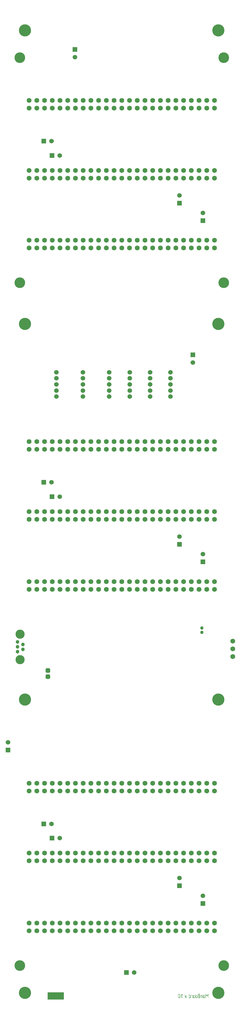
<source format=gbs>
G04*
G04 #@! TF.GenerationSoftware,Altium Limited,Altium Designer,22.4.2 (48)*
G04*
G04 Layer_Color=16711935*
%FSAX44Y44*%
%MOMM*%
G71*
G04*
G04 #@! TF.SameCoordinates,DBCC749B-C238-474B-BC69-C92A193A0D89*
G04*
G04*
G04 #@! TF.FilePolarity,Negative*
G04*
G01*
G75*
%ADD53C,1.1000*%
%ADD54C,1.5000*%
%ADD55R,1.5000X1.5000*%
%ADD56R,1.5000X1.5000*%
%ADD57C,3.0000*%
%ADD58C,1.2000*%
G04:AMPARAMS|DCode=59|XSize=1.5mm|YSize=1.5mm|CornerRadius=0.375mm|HoleSize=0mm|Usage=FLASHONLY|Rotation=270.000|XOffset=0mm|YOffset=0mm|HoleType=Round|Shape=RoundedRectangle|*
%AMROUNDEDRECTD59*
21,1,1.5000,0.7500,0,0,270.0*
21,1,0.7500,1.5000,0,0,270.0*
1,1,0.7500,-0.3750,-0.3750*
1,1,0.7500,-0.3750,0.3750*
1,1,0.7500,0.3750,0.3750*
1,1,0.7500,0.3750,-0.3750*
%
%ADD59ROUNDEDRECTD59*%
%ADD60C,1.6000*%
%ADD61C,3.5000*%
%ADD62C,4.0000*%
G36*
X00220000Y00018000D02*
X00166000D01*
Y00042000D01*
X00220000D01*
Y00018000D01*
D02*
G37*
G36*
X00676358Y00036527D02*
X00676469Y00036509D01*
X00676617Y00036416D01*
X00676691Y00036323D01*
X00676728Y00036305D01*
Y00036286D01*
X00676821Y00036120D01*
X00676858Y00036009D01*
X00676876Y00035916D01*
Y00035898D01*
X00676858Y00035712D01*
X00676802Y00035583D01*
X00676747Y00035490D01*
X00676728Y00035453D01*
X00676580Y00035342D01*
X00676432Y00035287D01*
X00676358D01*
X00676302Y00035268D01*
X00676247D01*
X00676136Y00035287D01*
X00676025Y00035305D01*
X00675876Y00035379D01*
X00675784Y00035435D01*
X00675747Y00035472D01*
X00675654Y00035620D01*
X00675599Y00035768D01*
X00675580Y00035861D01*
Y00035879D01*
Y00035898D01*
X00675599Y00035990D01*
X00675617Y00036083D01*
X00675691Y00036231D01*
X00675784Y00036323D01*
X00675802Y00036360D01*
X00675821D01*
X00675987Y00036472D01*
X00676117Y00036527D01*
X00676210Y00036546D01*
X00676247D01*
X00676358Y00036527D01*
D02*
G37*
G36*
X00607421Y00036509D02*
X00607550Y00036453D01*
X00607643Y00036398D01*
X00607680Y00036360D01*
X00610420Y00033602D01*
X00610476Y00033490D01*
X00610513Y00033398D01*
X00610568Y00033268D01*
X00610587Y00033194D01*
Y00033176D01*
X00610550Y00032990D01*
X00610494Y00032842D01*
X00610439Y00032750D01*
X00610402Y00032713D01*
X00610254Y00032602D01*
X00610106Y00032546D01*
X00609976Y00032527D01*
X00609939D01*
X00609754Y00032564D01*
X00609624Y00032620D01*
X00609531Y00032676D01*
X00609494Y00032713D01*
X00607846Y00034620D01*
Y00024028D01*
X00607828Y00023917D01*
X00607809Y00023806D01*
X00607735Y00023640D01*
X00607661Y00023547D01*
X00607624Y00023510D01*
X00607439Y00023454D01*
X00607309Y00023417D01*
X00607235Y00023399D01*
X00607217D01*
X00607032Y00023417D01*
X00606865Y00023491D01*
X00606772Y00023547D01*
X00606735Y00023565D01*
X00606624Y00023714D01*
X00606569Y00023862D01*
X00606550Y00023973D01*
Y00024010D01*
Y00024028D01*
Y00035916D01*
Y00036009D01*
X00606587Y00036101D01*
X00606643Y00036249D01*
X00606717Y00036323D01*
X00606735Y00036360D01*
X00606754D01*
X00606921Y00036472D01*
X00607069Y00036527D01*
X00607180Y00036546D01*
X00607235D01*
X00607421Y00036509D01*
D02*
G37*
G36*
X00694208Y00036583D02*
X00694356Y00036527D01*
X00694430Y00036453D01*
X00694467Y00036435D01*
Y00036416D01*
X00694560Y00036249D01*
X00694597Y00036083D01*
X00694615Y00036009D01*
Y00035953D01*
Y00035916D01*
Y00035898D01*
Y00024028D01*
X00694597Y00023917D01*
X00694578Y00023806D01*
X00694504Y00023640D01*
X00694430Y00023547D01*
X00694393Y00023510D01*
X00694208Y00023454D01*
X00694078Y00023417D01*
X00694004Y00023399D01*
X00693986D01*
X00693801Y00023417D01*
X00693652Y00023473D01*
X00693560Y00023528D01*
X00693523Y00023547D01*
X00693449Y00023621D01*
X00693412Y00023695D01*
X00693338Y00023862D01*
X00693319Y00023973D01*
Y00024010D01*
Y00024028D01*
Y00034101D01*
X00690912Y00029676D01*
X00690819Y00029546D01*
X00690727Y00029454D01*
X00690634Y00029380D01*
X00690542Y00029343D01*
X00690468Y00029306D01*
X00690412Y00029287D01*
X00690356D01*
X00690227Y00029306D01*
X00690116Y00029343D01*
X00689930Y00029472D01*
X00689875Y00029528D01*
X00689819Y00029583D01*
X00689801Y00029620D01*
X00689782Y00029639D01*
X00687320Y00034101D01*
Y00024028D01*
X00687301Y00023917D01*
X00687283Y00023806D01*
X00687209Y00023658D01*
X00687153Y00023565D01*
X00687116Y00023528D01*
X00686931Y00023454D01*
X00686783Y00023417D01*
X00686709Y00023399D01*
X00686690D01*
X00686505Y00023417D01*
X00686338Y00023491D01*
X00686246Y00023547D01*
X00686209Y00023565D01*
X00686098Y00023714D01*
X00686042Y00023862D01*
X00686023Y00023973D01*
Y00024010D01*
Y00024028D01*
Y00035898D01*
X00686061Y00036101D01*
X00686116Y00036268D01*
X00686172Y00036360D01*
X00686209Y00036398D01*
X00686283Y00036472D01*
X00686357Y00036527D01*
X00686505Y00036601D01*
X00686616Y00036620D01*
X00686653D01*
X00686783Y00036601D01*
X00686894Y00036564D01*
X00687079Y00036435D01*
X00687153Y00036360D01*
X00687209Y00036286D01*
X00687227Y00036249D01*
X00687246Y00036231D01*
X00690338Y00031046D01*
X00693430Y00036249D01*
X00693504Y00036342D01*
X00693578Y00036416D01*
X00693615Y00036472D01*
X00693652Y00036509D01*
X00693708Y00036546D01*
X00693726D01*
X00693819Y00036583D01*
X00693912Y00036620D01*
X00694115D01*
X00694208Y00036583D01*
D02*
G37*
G36*
X00623215Y00032861D02*
X00623363Y00032787D01*
X00623456Y00032713D01*
X00623493Y00032694D01*
Y00032676D01*
X00623604Y00032509D01*
X00623660Y00032379D01*
X00623678Y00032287D01*
Y00032268D01*
Y00032250D01*
X00623660Y00032083D01*
X00621382Y00023917D01*
X00621289Y00023732D01*
X00621215Y00023602D01*
X00621141Y00023528D01*
X00621123Y00023510D01*
X00620993Y00023454D01*
X00620882Y00023417D01*
X00620789Y00023399D01*
X00620752D01*
X00620586Y00023417D01*
X00620456Y00023473D01*
X00620345Y00023565D01*
X00620253Y00023658D01*
X00620197Y00023751D01*
X00620160Y00023843D01*
X00620123Y00023899D01*
Y00023917D01*
X00617845Y00032027D01*
X00617827Y00032083D01*
X00617808Y00032176D01*
Y00032231D01*
Y00032268D01*
Y00032361D01*
X00617845Y00032453D01*
X00617901Y00032602D01*
X00617975Y00032676D01*
X00617994Y00032713D01*
X00618012D01*
X00618160Y00032824D01*
X00618327Y00032879D01*
X00618438Y00032898D01*
X00618493D01*
X00618660Y00032861D01*
X00618790Y00032805D01*
X00618864Y00032750D01*
X00618901Y00032731D01*
X00618993Y00032620D01*
X00619049Y00032509D01*
X00619086Y00032435D01*
X00619104Y00032398D01*
X00620752Y00025991D01*
X00622401Y00032416D01*
X00622456Y00032509D01*
X00622512Y00032602D01*
X00622604Y00032713D01*
X00622678Y00032768D01*
X00622715Y00032787D01*
X00622826Y00032861D01*
X00622919Y00032879D01*
X00622993Y00032898D01*
X00623123D01*
X00623215Y00032861D01*
D02*
G37*
G36*
X00682765Y00032879D02*
X00683042Y00032805D01*
X00683283Y00032694D01*
X00683505Y00032583D01*
X00683672Y00032472D01*
X00683783Y00032361D01*
X00683876Y00032287D01*
X00683894Y00032268D01*
X00684079Y00032028D01*
X00684209Y00031787D01*
X00684320Y00031546D01*
X00684376Y00031342D01*
X00684413Y00031157D01*
X00684431Y00031009D01*
X00684450Y00030917D01*
Y00030879D01*
Y00025399D01*
X00684431Y00025102D01*
X00684357Y00024825D01*
X00684264Y00024565D01*
X00684153Y00024362D01*
X00684061Y00024195D01*
X00683968Y00024084D01*
X00683894Y00023991D01*
X00683876Y00023973D01*
X00683653Y00023788D01*
X00683413Y00023640D01*
X00683172Y00023547D01*
X00682950Y00023473D01*
X00682746Y00023436D01*
X00682598Y00023417D01*
X00682487Y00023399D01*
X00680617D01*
X00680283Y00023417D01*
X00680006Y00023491D01*
X00679783Y00023584D01*
X00679580Y00023714D01*
X00679432Y00023825D01*
X00679321Y00023917D01*
X00679265Y00023991D01*
X00679246Y00024010D01*
X00679191Y00023917D01*
X00679135Y00023843D01*
X00679061Y00023732D01*
X00679006Y00023695D01*
X00678987Y00023677D01*
X00678802Y00023547D01*
X00678635Y00023454D01*
X00678506Y00023417D01*
X00678487Y00023399D01*
X00678469D01*
X00678302Y00023380D01*
X00678098Y00023417D01*
X00677950Y00023473D01*
X00677858Y00023528D01*
X00677821Y00023565D01*
X00677710Y00023732D01*
X00677654Y00023880D01*
X00677635Y00023991D01*
Y00024010D01*
Y00024028D01*
X00677654Y00024176D01*
X00677710Y00024306D01*
X00677784Y00024417D01*
X00677858Y00024491D01*
X00677950Y00024547D01*
X00678024Y00024584D01*
X00678080Y00024621D01*
X00678098D01*
X00678247Y00024713D01*
X00678358Y00024806D01*
X00678413Y00024880D01*
X00678432Y00024899D01*
X00678524Y00025102D01*
X00678561Y00025250D01*
X00678580Y00025362D01*
Y00025380D01*
Y00025399D01*
Y00032250D01*
X00678617Y00032472D01*
X00678691Y00032620D01*
X00678783Y00032731D01*
X00678913Y00032824D01*
X00679043Y00032861D01*
X00679135Y00032879D01*
X00679209Y00032898D01*
X00682450D01*
X00682765Y00032879D01*
D02*
G37*
G36*
X00676432Y00032861D02*
X00676562Y00032787D01*
X00676654Y00032713D01*
X00676691Y00032694D01*
Y00032676D01*
X00676802Y00032527D01*
X00676858Y00032398D01*
X00676876Y00032305D01*
Y00032268D01*
Y00024028D01*
X00676858Y00023917D01*
X00676839Y00023806D01*
X00676765Y00023640D01*
X00676691Y00023547D01*
X00676654Y00023510D01*
X00676469Y00023454D01*
X00676339Y00023417D01*
X00676265Y00023399D01*
X00676247D01*
X00676062Y00023417D01*
X00675913Y00023491D01*
X00675802Y00023547D01*
X00675784Y00023565D01*
X00675765D01*
X00675654Y00023751D01*
X00675599Y00023899D01*
X00675580Y00023991D01*
Y00024028D01*
Y00032268D01*
Y00032379D01*
X00675617Y00032472D01*
X00675691Y00032620D01*
X00675765Y00032694D01*
X00675784Y00032731D01*
X00675802D01*
X00675950Y00032824D01*
X00676099Y00032879D01*
X00676210Y00032898D01*
X00676339D01*
X00676432Y00032861D01*
D02*
G37*
G36*
X00673654Y00032879D02*
X00673821Y00032805D01*
X00673932Y00032694D01*
X00674006Y00032583D01*
X00674043Y00032453D01*
X00674062Y00032361D01*
X00674080Y00032287D01*
Y00032250D01*
Y00024028D01*
X00674062Y00023917D01*
X00674043Y00023806D01*
X00673969Y00023658D01*
X00673895Y00023565D01*
X00673858Y00023528D01*
X00673673Y00023454D01*
X00673543Y00023417D01*
X00673469Y00023399D01*
X00673451D01*
X00673266Y00023417D01*
X00673099Y00023491D01*
X00673006Y00023547D01*
X00672969Y00023565D01*
X00672858Y00023714D01*
X00672803Y00023862D01*
X00672784Y00023973D01*
Y00024010D01*
Y00024028D01*
Y00031620D01*
X00670136D01*
X00670044Y00031583D01*
X00669877Y00031509D01*
X00669766Y00031435D01*
X00669747Y00031416D01*
X00669729Y00031398D01*
X00669655Y00031324D01*
X00669599Y00031231D01*
X00669525Y00031065D01*
Y00030991D01*
X00669507Y00030935D01*
Y00030898D01*
Y00030879D01*
Y00024028D01*
X00669488Y00023917D01*
X00669470Y00023806D01*
X00669396Y00023658D01*
X00669322Y00023565D01*
X00669285Y00023528D01*
X00669099Y00023454D01*
X00668970Y00023417D01*
X00668896Y00023399D01*
X00668877D01*
X00668692Y00023417D01*
X00668525Y00023491D01*
X00668433Y00023547D01*
X00668396Y00023565D01*
X00668285Y00023714D01*
X00668229Y00023862D01*
X00668211Y00023973D01*
Y00024010D01*
Y00024028D01*
Y00030879D01*
X00668229Y00031176D01*
X00668303Y00031454D01*
X00668396Y00031694D01*
X00668507Y00031898D01*
X00668636Y00032083D01*
X00668729Y00032194D01*
X00668803Y00032287D01*
X00668822Y00032305D01*
X00669044Y00032509D01*
X00669285Y00032657D01*
X00669525Y00032750D01*
X00669747Y00032824D01*
X00669951Y00032861D01*
X00670099Y00032898D01*
X00673451D01*
X00673654Y00032879D01*
D02*
G37*
G36*
X00666192Y00036527D02*
X00666359Y00036453D01*
X00666470Y00036342D01*
X00666544Y00036231D01*
X00666581Y00036101D01*
X00666600Y00036009D01*
X00666618Y00035935D01*
Y00035898D01*
Y00024028D01*
X00666600Y00023825D01*
X00666525Y00023658D01*
X00666414Y00023547D01*
X00666303Y00023473D01*
X00666192Y00023436D01*
X00666081Y00023417D01*
X00666007Y00023399D01*
X00662785D01*
X00662581Y00023417D01*
X00662378Y00023436D01*
X00661989Y00023528D01*
X00661637Y00023677D01*
X00661341Y00023843D01*
X00661100Y00023991D01*
X00660915Y00024139D01*
X00660841Y00024195D01*
X00660785Y00024232D01*
X00660767Y00024269D01*
X00660748D01*
X00660582Y00024436D01*
X00660434Y00024602D01*
X00660322Y00024788D01*
X00660211Y00024954D01*
X00660045Y00025287D01*
X00659934Y00025621D01*
X00659878Y00025899D01*
X00659841Y00026010D01*
Y00026102D01*
X00659822Y00026195D01*
Y00026250D01*
Y00026287D01*
Y00026306D01*
Y00028121D01*
X00659841Y00028417D01*
X00659897Y00028676D01*
X00659971Y00028935D01*
X00660045Y00029158D01*
X00660137Y00029343D01*
X00660211Y00029491D01*
X00660267Y00029583D01*
X00660285Y00029620D01*
X00660452Y00029880D01*
X00660637Y00030083D01*
X00660804Y00030250D01*
X00660971Y00030380D01*
X00661119Y00030472D01*
X00661230Y00030546D01*
X00661304Y00030565D01*
X00661322Y00030583D01*
X00661137Y00030713D01*
X00660989Y00030842D01*
X00660860Y00030991D01*
X00660748Y00031120D01*
X00660674Y00031250D01*
X00660619Y00031342D01*
X00660582Y00031416D01*
X00660563Y00031435D01*
X00660471Y00031657D01*
X00660396Y00031861D01*
X00660359Y00032083D01*
X00660322Y00032268D01*
X00660304Y00032435D01*
X00660285Y00032583D01*
Y00032657D01*
Y00032694D01*
Y00033602D01*
Y00033898D01*
X00660341Y00034213D01*
X00660489Y00034731D01*
X00660582Y00034935D01*
X00660693Y00035120D01*
X00660822Y00035287D01*
X00660934Y00035435D01*
X00661045Y00035564D01*
X00661137Y00035657D01*
X00661211Y00035712D01*
X00661230Y00035731D01*
X00661378Y00035879D01*
X00661545Y00036009D01*
X00661878Y00036194D01*
X00662211Y00036342D01*
X00662526Y00036453D01*
X00662804Y00036509D01*
X00662933Y00036527D01*
X00663026D01*
X00663119Y00036546D01*
X00665989D01*
X00666192Y00036527D01*
D02*
G37*
G36*
X00656527Y00032879D02*
X00656804Y00032805D01*
X00657045Y00032694D01*
X00657267Y00032583D01*
X00657434Y00032472D01*
X00657545Y00032361D01*
X00657638Y00032287D01*
X00657656Y00032268D01*
X00657841Y00032028D01*
X00657971Y00031787D01*
X00658082Y00031546D01*
X00658138Y00031342D01*
X00658175Y00031157D01*
X00658193Y00031009D01*
X00658212Y00030917D01*
Y00030879D01*
Y00025399D01*
X00658193Y00025102D01*
X00658119Y00024825D01*
X00658026Y00024565D01*
X00657915Y00024362D01*
X00657823Y00024195D01*
X00657730Y00024084D01*
X00657656Y00023991D01*
X00657638Y00023973D01*
X00657415Y00023788D01*
X00657175Y00023640D01*
X00656934Y00023547D01*
X00656712Y00023473D01*
X00656508Y00023436D01*
X00656360Y00023417D01*
X00656249Y00023399D01*
X00654379D01*
X00654064Y00023417D01*
X00653786Y00023491D01*
X00653545Y00023584D01*
X00653342Y00023695D01*
X00653175Y00023788D01*
X00653046Y00023880D01*
X00652953Y00023954D01*
X00652934Y00023973D01*
X00652731Y00024214D01*
X00652582Y00024454D01*
X00652490Y00024676D01*
X00652416Y00024917D01*
X00652379Y00025102D01*
X00652342Y00025269D01*
Y00025362D01*
Y00025399D01*
Y00030879D01*
X00652360Y00031176D01*
X00652434Y00031454D01*
X00652527Y00031694D01*
X00652638Y00031898D01*
X00652768Y00032083D01*
X00652860Y00032194D01*
X00652934Y00032287D01*
X00652953Y00032305D01*
X00653175Y00032509D01*
X00653416Y00032657D01*
X00653656Y00032750D01*
X00653879Y00032824D01*
X00654082Y00032861D01*
X00654230Y00032898D01*
X00656212D01*
X00656527Y00032879D01*
D02*
G37*
G36*
X00649157D02*
X00649435Y00032805D01*
X00649675Y00032694D01*
X00649898Y00032583D01*
X00650064Y00032472D01*
X00650175Y00032361D01*
X00650268Y00032287D01*
X00650286Y00032268D01*
X00650472Y00032028D01*
X00650601Y00031787D01*
X00650712Y00031546D01*
X00650768Y00031342D01*
X00650805Y00031157D01*
X00650824Y00031009D01*
X00650842Y00030917D01*
Y00030879D01*
Y00025399D01*
X00650824Y00025102D01*
X00650749Y00024825D01*
X00650657Y00024565D01*
X00650546Y00024362D01*
X00650453Y00024195D01*
X00650360Y00024084D01*
X00650286Y00023991D01*
X00650268Y00023973D01*
X00650046Y00023788D01*
X00649805Y00023640D01*
X00649564Y00023547D01*
X00649342Y00023473D01*
X00649138Y00023436D01*
X00648990Y00023417D01*
X00648879Y00023399D01*
X00647009D01*
X00646676Y00023417D01*
X00646398Y00023491D01*
X00646176Y00023584D01*
X00645972Y00023714D01*
X00645824Y00023825D01*
X00645713Y00023917D01*
X00645657Y00023991D01*
X00645639Y00024010D01*
X00645583Y00023917D01*
X00645528Y00023843D01*
X00645454Y00023732D01*
X00645398Y00023695D01*
X00645380Y00023677D01*
X00645194Y00023547D01*
X00645028Y00023454D01*
X00644898Y00023417D01*
X00644880Y00023399D01*
X00644861D01*
X00644695Y00023380D01*
X00644491Y00023417D01*
X00644343Y00023473D01*
X00644250Y00023528D01*
X00644213Y00023565D01*
X00644102Y00023732D01*
X00644046Y00023880D01*
X00644028Y00023991D01*
Y00024010D01*
Y00024028D01*
X00644046Y00024176D01*
X00644102Y00024306D01*
X00644176Y00024417D01*
X00644250Y00024491D01*
X00644343Y00024547D01*
X00644417Y00024584D01*
X00644472Y00024621D01*
X00644491D01*
X00644639Y00024713D01*
X00644750Y00024806D01*
X00644806Y00024880D01*
X00644824Y00024899D01*
X00644917Y00025102D01*
X00644954Y00025250D01*
X00644972Y00025362D01*
Y00025380D01*
Y00025399D01*
Y00032250D01*
X00645009Y00032472D01*
X00645083Y00032620D01*
X00645176Y00032731D01*
X00645305Y00032824D01*
X00645435Y00032861D01*
X00645528Y00032879D01*
X00645602Y00032898D01*
X00648842D01*
X00649157Y00032879D01*
D02*
G37*
G36*
X00642861D02*
X00643028Y00032805D01*
X00643139Y00032694D01*
X00643213Y00032583D01*
X00643250Y00032453D01*
X00643269Y00032361D01*
X00643287Y00032287D01*
Y00032250D01*
Y00024028D01*
X00643269Y00023917D01*
X00643250Y00023806D01*
X00643176Y00023658D01*
X00643102Y00023565D01*
X00643065Y00023528D01*
X00642880Y00023454D01*
X00642750Y00023417D01*
X00642676Y00023399D01*
X00642658D01*
X00642473Y00023417D01*
X00642306Y00023491D01*
X00642213Y00023547D01*
X00642176Y00023565D01*
X00642065Y00023714D01*
X00642010Y00023862D01*
X00641991Y00023973D01*
Y00024010D01*
Y00024028D01*
Y00031620D01*
X00640380D01*
X00640213Y00031602D01*
X00640065Y00031546D01*
X00639954Y00031491D01*
X00639936Y00031472D01*
X00639917D01*
X00639769Y00031342D01*
X00639677Y00031213D01*
X00639639Y00031102D01*
X00639621Y00031083D01*
Y00031065D01*
X00639528Y00030935D01*
X00639417Y00030824D01*
X00639325Y00030750D01*
X00639232Y00030713D01*
X00639140Y00030676D01*
X00639084Y00030657D01*
X00639028D01*
X00638843Y00030694D01*
X00638695Y00030750D01*
X00638584Y00030805D01*
X00638565Y00030842D01*
X00638547D01*
X00638436Y00030991D01*
X00638380Y00031139D01*
X00638362Y00031250D01*
Y00031268D01*
Y00031287D01*
X00638380Y00031472D01*
X00638473Y00031694D01*
X00638602Y00031916D01*
X00638732Y00032083D01*
X00638843Y00032231D01*
X00638973Y00032361D01*
X00639065Y00032435D01*
X00639140Y00032490D01*
X00639158Y00032509D01*
X00639362Y00032639D01*
X00639565Y00032731D01*
X00639769Y00032805D01*
X00639954Y00032842D01*
X00640121Y00032879D01*
X00640250Y00032898D01*
X00642658D01*
X00642861Y00032879D01*
D02*
G37*
G36*
X00631733Y00036509D02*
X00631862Y00036435D01*
X00631955Y00036360D01*
X00631992Y00036342D01*
Y00036323D01*
X00632103Y00036175D01*
X00632159Y00036027D01*
X00632177Y00035935D01*
Y00035916D01*
Y00035898D01*
Y00032898D01*
X00634733D01*
X00635047Y00032879D01*
X00635325Y00032805D01*
X00635566Y00032713D01*
X00635770Y00032602D01*
X00635936Y00032490D01*
X00636066Y00032398D01*
X00636158Y00032324D01*
X00636177Y00032305D01*
X00636362Y00032083D01*
X00636510Y00031842D01*
X00636603Y00031602D01*
X00636677Y00031379D01*
X00636714Y00031176D01*
X00636732Y00031028D01*
X00636751Y00030917D01*
Y00030898D01*
Y00030879D01*
Y00025399D01*
X00636732Y00025102D01*
X00636658Y00024825D01*
X00636566Y00024584D01*
X00636455Y00024380D01*
X00636362Y00024214D01*
X00636269Y00024084D01*
X00636195Y00023991D01*
X00636177Y00023973D01*
X00635936Y00023788D01*
X00635695Y00023640D01*
X00635455Y00023547D01*
X00635233Y00023473D01*
X00635029Y00023436D01*
X00634881Y00023417D01*
X00634770Y00023399D01*
X00631548D01*
X00631325Y00023417D01*
X00631159Y00023491D01*
X00631048Y00023602D01*
X00630955Y00023714D01*
X00630918Y00023825D01*
X00630900Y00023936D01*
X00630881Y00024010D01*
Y00024028D01*
Y00035898D01*
Y00036009D01*
X00630918Y00036101D01*
X00630992Y00036249D01*
X00631066Y00036323D01*
X00631085Y00036360D01*
X00631103D01*
X00631251Y00036472D01*
X00631399Y00036527D01*
X00631511Y00036546D01*
X00631640D01*
X00631733Y00036509D01*
D02*
G37*
G36*
X00604476Y00024658D02*
X00604588Y00024639D01*
X00604736Y00024547D01*
X00604810Y00024454D01*
X00604847Y00024436D01*
Y00024417D01*
X00604939Y00024251D01*
X00604976Y00024139D01*
X00604995Y00024047D01*
Y00024028D01*
X00604976Y00023862D01*
X00604902Y00023714D01*
X00604847Y00023602D01*
X00604828Y00023584D01*
Y00023565D01*
X00604680Y00023473D01*
X00604532Y00023417D01*
X00604421Y00023399D01*
X00604365D01*
X00604254Y00023417D01*
X00604162Y00023436D01*
X00604013Y00023510D01*
X00603921Y00023565D01*
X00603884Y00023602D01*
X00603773Y00023751D01*
X00603717Y00023899D01*
X00603699Y00023991D01*
Y00024010D01*
Y00024028D01*
Y00024121D01*
X00603736Y00024195D01*
X00603791Y00024343D01*
X00603865Y00024436D01*
X00603884Y00024473D01*
X00603902D01*
X00603977Y00024547D01*
X00604069Y00024584D01*
X00604217Y00024658D01*
X00604328Y00024676D01*
X00604365D01*
X00604476Y00024658D01*
D02*
G37*
G36*
X00599477Y00036527D02*
X00599699Y00036509D01*
X00600107Y00036416D01*
X00600458Y00036268D01*
X00600773Y00036101D01*
X00601014Y00035935D01*
X00601199Y00035805D01*
X00601255Y00035731D01*
X00601310Y00035694D01*
X00601329Y00035675D01*
X00601347Y00035657D01*
X00601495Y00035490D01*
X00601625Y00035324D01*
X00601828Y00034972D01*
X00601977Y00034638D01*
X00602069Y00034305D01*
X00602143Y00034027D01*
X00602162Y00033916D01*
Y00033824D01*
X00602180Y00033731D01*
Y00033675D01*
Y00033639D01*
Y00033620D01*
Y00026306D01*
X00602162Y00026084D01*
X00602143Y00025861D01*
X00602032Y00025473D01*
X00601903Y00025121D01*
X00601736Y00024806D01*
X00601569Y00024565D01*
X00601421Y00024380D01*
X00601366Y00024325D01*
X00601329Y00024269D01*
X00601310Y00024251D01*
X00601292Y00024232D01*
X00601125Y00024084D01*
X00600940Y00023954D01*
X00600588Y00023751D01*
X00600255Y00023602D01*
X00599940Y00023510D01*
X00599662Y00023436D01*
X00599551Y00023417D01*
X00599440D01*
X00599366Y00023399D01*
X00598347D01*
X00598125Y00023417D01*
X00597903Y00023436D01*
X00597496Y00023528D01*
X00597144Y00023677D01*
X00596829Y00023825D01*
X00596588Y00023973D01*
X00596403Y00024121D01*
X00596348Y00024176D01*
X00596292Y00024214D01*
X00596274Y00024251D01*
X00596255D01*
X00596107Y00024417D01*
X00595959Y00024584D01*
X00595755Y00024936D01*
X00595588Y00025287D01*
X00595496Y00025602D01*
X00595422Y00025880D01*
X00595403Y00026010D01*
Y00026102D01*
X00595385Y00026195D01*
Y00026250D01*
Y00026287D01*
Y00026306D01*
Y00033620D01*
X00595403Y00033842D01*
X00595422Y00034046D01*
X00595514Y00034453D01*
X00595662Y00034805D01*
X00595829Y00035101D01*
X00595996Y00035342D01*
X00596125Y00035527D01*
X00596236Y00035638D01*
X00596255Y00035657D01*
X00596274Y00035675D01*
X00596440Y00035823D01*
X00596607Y00035972D01*
X00596959Y00036175D01*
X00597310Y00036342D01*
X00597644Y00036435D01*
X00597921Y00036509D01*
X00598033Y00036527D01*
X00598144D01*
X00598236Y00036546D01*
X00599255D01*
X00599477Y00036527D01*
D02*
G37*
%LPC*%
G36*
X00682505Y00031620D02*
X00679876D01*
Y00025399D01*
Y00025287D01*
X00679913Y00025176D01*
X00679987Y00025028D01*
X00680061Y00024917D01*
X00680080Y00024899D01*
X00680098Y00024880D01*
X00680172Y00024806D01*
X00680265Y00024769D01*
X00680432Y00024695D01*
X00680506D01*
X00680561Y00024676D01*
X00682450D01*
X00682561Y00024695D01*
X00682654Y00024713D01*
X00682802Y00024788D01*
X00682913Y00024843D01*
X00682931Y00024880D01*
X00682950D01*
X00683024Y00024954D01*
X00683061Y00025047D01*
X00683135Y00025213D01*
Y00025287D01*
X00683153Y00025343D01*
Y00025380D01*
Y00025399D01*
Y00030879D01*
X00683135Y00030991D01*
X00683116Y00031102D01*
X00683042Y00031250D01*
X00682987Y00031361D01*
X00682950Y00031398D01*
X00682876Y00031472D01*
X00682783Y00031528D01*
X00682617Y00031602D01*
X00682561D01*
X00682505Y00031620D01*
D02*
G37*
G36*
X00665322Y00035268D02*
X00663248D01*
X00662989Y00035250D01*
X00662767Y00035194D01*
X00662563Y00035101D01*
X00662396Y00035027D01*
X00662248Y00034935D01*
X00662156Y00034842D01*
X00662082Y00034787D01*
X00662063Y00034768D01*
X00661896Y00034583D01*
X00661785Y00034379D01*
X00661693Y00034194D01*
X00661637Y00034009D01*
X00661600Y00033861D01*
X00661582Y00033731D01*
Y00033657D01*
Y00033620D01*
Y00032694D01*
X00661600Y00032453D01*
X00661656Y00032231D01*
X00661748Y00032028D01*
X00661822Y00031861D01*
X00661915Y00031713D01*
X00662008Y00031620D01*
X00662063Y00031546D01*
X00662082Y00031528D01*
X00662267Y00031361D01*
X00662470Y00031250D01*
X00662656Y00031157D01*
X00662841Y00031102D01*
X00663007Y00031065D01*
X00663137Y00031046D01*
X00665322D01*
Y00035268D01*
D02*
G37*
G36*
Y00029769D02*
X00662785D01*
X00662544Y00029750D01*
X00662341Y00029694D01*
X00662137Y00029602D01*
X00661971Y00029528D01*
X00661822Y00029435D01*
X00661730Y00029343D01*
X00661656Y00029287D01*
X00661637Y00029269D01*
X00661470Y00029083D01*
X00661341Y00028880D01*
X00661248Y00028695D01*
X00661174Y00028509D01*
X00661137Y00028361D01*
X00661119Y00028250D01*
Y00028176D01*
Y00028139D01*
Y00026306D01*
X00661137Y00026047D01*
X00661193Y00025824D01*
X00661285Y00025621D01*
X00661359Y00025454D01*
X00661452Y00025325D01*
X00661545Y00025232D01*
X00661600Y00025158D01*
X00661619Y00025139D01*
X00661804Y00024991D01*
X00662008Y00024880D01*
X00662211Y00024788D01*
X00662396Y00024732D01*
X00662544Y00024695D01*
X00662674Y00024676D01*
X00665322D01*
Y00029769D01*
D02*
G37*
G36*
X00656267Y00031620D02*
X00654268D01*
X00654175Y00031583D01*
X00654008Y00031509D01*
X00653897Y00031435D01*
X00653879Y00031416D01*
X00653860Y00031398D01*
X00653786Y00031305D01*
X00653731Y00031231D01*
X00653656Y00031065D01*
Y00030991D01*
X00653638Y00030935D01*
Y00030898D01*
Y00030879D01*
Y00025399D01*
Y00025287D01*
X00653675Y00025176D01*
X00653749Y00025028D01*
X00653823Y00024917D01*
X00653842Y00024899D01*
X00653860Y00024880D01*
X00653934Y00024806D01*
X00654027Y00024769D01*
X00654193Y00024695D01*
X00654268D01*
X00654323Y00024676D01*
X00656212D01*
X00656323Y00024695D01*
X00656415Y00024713D01*
X00656564Y00024788D01*
X00656675Y00024843D01*
X00656693Y00024880D01*
X00656712D01*
X00656786Y00024954D01*
X00656823Y00025047D01*
X00656897Y00025213D01*
Y00025287D01*
X00656915Y00025343D01*
Y00025380D01*
Y00025399D01*
Y00030879D01*
X00656897Y00030991D01*
X00656878Y00031102D01*
X00656804Y00031250D01*
X00656749Y00031361D01*
X00656712Y00031398D01*
X00656638Y00031472D01*
X00656545Y00031528D01*
X00656378Y00031602D01*
X00656323D01*
X00656267Y00031620D01*
D02*
G37*
G36*
X00648898D02*
X00646268D01*
Y00025399D01*
Y00025287D01*
X00646305Y00025176D01*
X00646379Y00025028D01*
X00646453Y00024917D01*
X00646472Y00024899D01*
X00646491Y00024880D01*
X00646565Y00024806D01*
X00646657Y00024769D01*
X00646824Y00024695D01*
X00646898D01*
X00646954Y00024676D01*
X00648842D01*
X00648953Y00024695D01*
X00649046Y00024713D01*
X00649194Y00024788D01*
X00649305Y00024843D01*
X00649324Y00024880D01*
X00649342D01*
X00649416Y00024954D01*
X00649453Y00025047D01*
X00649527Y00025213D01*
Y00025287D01*
X00649546Y00025343D01*
Y00025380D01*
Y00025399D01*
Y00030879D01*
X00649527Y00030991D01*
X00649509Y00031102D01*
X00649435Y00031250D01*
X00649379Y00031361D01*
X00649342Y00031398D01*
X00649268Y00031472D01*
X00649175Y00031528D01*
X00649009Y00031602D01*
X00648953D01*
X00648898Y00031620D01*
D02*
G37*
G36*
X00634788D02*
X00632177D01*
Y00024676D01*
X00634733D01*
X00634844Y00024695D01*
X00634955Y00024713D01*
X00635103Y00024788D01*
X00635214Y00024843D01*
X00635233Y00024880D01*
X00635251D01*
X00635325Y00024954D01*
X00635362Y00025047D01*
X00635436Y00025213D01*
Y00025287D01*
X00635455Y00025343D01*
Y00025380D01*
Y00025399D01*
Y00030879D01*
X00635436Y00030991D01*
X00635418Y00031083D01*
X00635344Y00031250D01*
X00635288Y00031361D01*
X00635251Y00031379D01*
Y00031398D01*
X00635158Y00031472D01*
X00635084Y00031528D01*
X00634899Y00031602D01*
X00634844D01*
X00634788Y00031620D01*
D02*
G37*
G36*
X00599366Y00035268D02*
X00598347D01*
X00598107Y00035249D01*
X00597884Y00035194D01*
X00597681Y00035101D01*
X00597514Y00035027D01*
X00597366Y00034935D01*
X00597273Y00034842D01*
X00597199Y00034787D01*
X00597181Y00034768D01*
X00597014Y00034583D01*
X00596885Y00034379D01*
X00596810Y00034194D01*
X00596736Y00034009D01*
X00596699Y00033861D01*
X00596681Y00033731D01*
Y00033657D01*
Y00033620D01*
Y00026306D01*
X00596699Y00026047D01*
X00596755Y00025824D01*
X00596848Y00025621D01*
X00596922Y00025454D01*
X00597014Y00025324D01*
X00597107Y00025232D01*
X00597162Y00025158D01*
X00597181Y00025139D01*
X00597366Y00024991D01*
X00597570Y00024880D01*
X00597773Y00024788D01*
X00597959Y00024732D01*
X00598107Y00024695D01*
X00598236Y00024676D01*
X00599255D01*
X00599495Y00024695D01*
X00599699Y00024750D01*
X00599903Y00024825D01*
X00600070Y00024917D01*
X00600218Y00025010D01*
X00600310Y00025084D01*
X00600384Y00025139D01*
X00600403Y00025158D01*
X00600569Y00025343D01*
X00600681Y00025547D01*
X00600773Y00025732D01*
X00600829Y00025917D01*
X00600866Y00026065D01*
X00600884Y00026195D01*
Y00026269D01*
Y00026306D01*
Y00033620D01*
X00600866Y00033861D01*
X00600810Y00034083D01*
X00600736Y00034287D01*
X00600644Y00034453D01*
X00600569Y00034601D01*
X00600495Y00034694D01*
X00600440Y00034768D01*
X00600421Y00034787D01*
X00600236Y00034953D01*
X00600032Y00035064D01*
X00599847Y00035157D01*
X00599662Y00035212D01*
X00599495Y00035249D01*
X00599366Y00035268D01*
D02*
G37*
%LPD*%
D53*
X00673000Y01226000D02*
D03*
Y01240000D02*
D03*
D54*
X00644000Y02113300D02*
D03*
X00600000Y00417700D02*
D03*
X00205700Y02794000D02*
D03*
X00600000Y01540700D02*
D03*
X00205700Y01672000D02*
D03*
X00677000Y00359700D02*
D03*
X00178700Y02841000D02*
D03*
X00677000Y01482700D02*
D03*
X00178700Y01719000D02*
D03*
X00256000Y03117300D02*
D03*
X00450700Y00107000D02*
D03*
X00600000Y02662700D02*
D03*
X00205700Y00549000D02*
D03*
X00677000Y02604700D02*
D03*
X00178700Y00596000D02*
D03*
X00035998Y00863699D02*
D03*
X00569998Y02001000D02*
D03*
Y02021000D02*
D03*
Y02061000D02*
D03*
Y02081000D02*
D03*
Y02041000D02*
D03*
X00435999Y02001000D02*
D03*
Y02021000D02*
D03*
Y02061000D02*
D03*
Y02081000D02*
D03*
Y02041000D02*
D03*
X00195000Y02001000D02*
D03*
Y02021000D02*
D03*
Y02061000D02*
D03*
Y02081000D02*
D03*
Y02041000D02*
D03*
X00502999Y02001000D02*
D03*
Y02021000D02*
D03*
Y02061000D02*
D03*
Y02081000D02*
D03*
Y02041000D02*
D03*
X00282000Y02001000D02*
D03*
Y02021000D02*
D03*
Y02061000D02*
D03*
Y02081000D02*
D03*
Y02041000D02*
D03*
X00368999Y02041000D02*
D03*
Y02081000D02*
D03*
Y02061000D02*
D03*
Y02021000D02*
D03*
Y02001000D02*
D03*
D55*
X00644000Y02138700D02*
D03*
X00600000Y00392300D02*
D03*
Y01515300D02*
D03*
X00677000Y00334300D02*
D03*
Y01457300D02*
D03*
X00256000Y03142700D02*
D03*
X00600000Y02637300D02*
D03*
X00677000Y02579300D02*
D03*
X00035998Y00838299D02*
D03*
D56*
X00180300Y02794000D02*
D03*
Y01672000D02*
D03*
X00153300Y02841000D02*
D03*
X00153300Y01719000D02*
D03*
X00425300Y00107000D02*
D03*
X00180300Y00549000D02*
D03*
X00153300Y00596000D02*
D03*
D57*
X00076000Y01136000D02*
D03*
Y01220000D02*
D03*
D58*
X00067000Y01194000D02*
D03*
X00085000Y01186000D02*
D03*
X00067000Y01178000D02*
D03*
X00085000Y01170000D02*
D03*
X00067000Y01162000D02*
D03*
D59*
X00167000Y01080000D02*
D03*
Y01100000D02*
D03*
D60*
X00130600Y00474300D02*
D03*
Y00499700D02*
D03*
X00156000Y00474300D02*
D03*
Y00499700D02*
D03*
X00181400Y00474300D02*
D03*
Y00499700D02*
D03*
X00206800Y00474300D02*
D03*
Y00499700D02*
D03*
X00232200Y00474300D02*
D03*
Y00499700D02*
D03*
X00257600Y00474300D02*
D03*
Y00499700D02*
D03*
X00460800Y00474300D02*
D03*
Y00499700D02*
D03*
X00511598Y00474300D02*
D03*
Y00499700D02*
D03*
X00537000D02*
D03*
X00562400D02*
D03*
X00638600D02*
D03*
X00537000Y00474300D02*
D03*
X00562400D02*
D03*
X00638600D02*
D03*
X00714800D02*
D03*
X00689400D02*
D03*
X00714800Y00499700D02*
D03*
X00689400D02*
D03*
X00613200Y00474300D02*
D03*
X00587800D02*
D03*
X00613200Y00499700D02*
D03*
X00587800D02*
D03*
X00486200D02*
D03*
Y00474300D02*
D03*
X00283000D02*
D03*
Y00499700D02*
D03*
X00308400Y00474300D02*
D03*
Y00499700D02*
D03*
X00333800Y00474300D02*
D03*
Y00499700D02*
D03*
X00359200Y00474300D02*
D03*
Y00499700D02*
D03*
X00384600Y00474300D02*
D03*
Y00499700D02*
D03*
X00409998Y00474300D02*
D03*
Y00499700D02*
D03*
X00435400Y00474300D02*
D03*
Y00499700D02*
D03*
X00105200Y00474300D02*
D03*
Y00499700D02*
D03*
X00664000Y00474300D02*
D03*
Y00499700D02*
D03*
X00130600Y01597300D02*
D03*
Y01622700D02*
D03*
X00156000Y01597300D02*
D03*
Y01622700D02*
D03*
X00181400Y01597300D02*
D03*
Y01622700D02*
D03*
X00206800Y01597300D02*
D03*
Y01622700D02*
D03*
X00232200Y01597300D02*
D03*
Y01622700D02*
D03*
X00257600Y01597300D02*
D03*
Y01622700D02*
D03*
X00460800Y01597300D02*
D03*
Y01622700D02*
D03*
X00511598Y01597300D02*
D03*
Y01622700D02*
D03*
X00537000D02*
D03*
X00562400D02*
D03*
X00638600D02*
D03*
X00537000Y01597300D02*
D03*
X00562400D02*
D03*
X00638600D02*
D03*
X00714800D02*
D03*
X00689400D02*
D03*
X00664000D02*
D03*
X00714800Y01622700D02*
D03*
X00689400D02*
D03*
X00664000D02*
D03*
X00613200Y01597300D02*
D03*
X00587800D02*
D03*
X00613200Y01622700D02*
D03*
X00587800D02*
D03*
X00486200D02*
D03*
Y01597300D02*
D03*
X00308400D02*
D03*
Y01622700D02*
D03*
X00333800Y01597300D02*
D03*
Y01622700D02*
D03*
X00359200Y01597300D02*
D03*
Y01622700D02*
D03*
X00384600Y01597300D02*
D03*
Y01622700D02*
D03*
X00409998Y01597300D02*
D03*
Y01622700D02*
D03*
X00435400Y01597300D02*
D03*
Y01622700D02*
D03*
X00105200Y01597300D02*
D03*
Y01622700D02*
D03*
X00283000Y01597300D02*
D03*
Y01622700D02*
D03*
X00130600Y02719300D02*
D03*
Y02744700D02*
D03*
X00156000Y02719300D02*
D03*
Y02744700D02*
D03*
X00181400Y02719300D02*
D03*
Y02744700D02*
D03*
X00206800Y02719300D02*
D03*
Y02744700D02*
D03*
X00232200Y02719300D02*
D03*
Y02744700D02*
D03*
X00257600Y02719300D02*
D03*
Y02744700D02*
D03*
X00460800Y02719300D02*
D03*
Y02744700D02*
D03*
X00511598Y02719300D02*
D03*
Y02744700D02*
D03*
X00537000D02*
D03*
X00562400D02*
D03*
X00638600D02*
D03*
X00537000Y02719300D02*
D03*
X00562400D02*
D03*
X00638600D02*
D03*
X00714800D02*
D03*
X00689400D02*
D03*
X00664000D02*
D03*
X00714800Y02744700D02*
D03*
X00689400D02*
D03*
X00664000D02*
D03*
X00613200Y02719300D02*
D03*
X00587800D02*
D03*
X00613200Y02744700D02*
D03*
X00587800D02*
D03*
X00486200D02*
D03*
Y02719300D02*
D03*
X00283000D02*
D03*
Y02744700D02*
D03*
X00308400Y02719300D02*
D03*
Y02744700D02*
D03*
X00333800Y02719300D02*
D03*
Y02744700D02*
D03*
X00359200Y02719300D02*
D03*
Y02744700D02*
D03*
X00384600Y02719300D02*
D03*
Y02744700D02*
D03*
X00409998Y02719300D02*
D03*
Y02744700D02*
D03*
X00435400Y02719300D02*
D03*
Y02744700D02*
D03*
X00105200Y02719300D02*
D03*
Y02744700D02*
D03*
X00130600Y02949300D02*
D03*
Y02974700D02*
D03*
X00156000Y02949300D02*
D03*
Y02974700D02*
D03*
X00181400Y02949300D02*
D03*
Y02974700D02*
D03*
X00206800Y02949300D02*
D03*
Y02974700D02*
D03*
X00232200Y02949300D02*
D03*
Y02974700D02*
D03*
X00257600Y02949300D02*
D03*
Y02974700D02*
D03*
X00460800Y02949300D02*
D03*
Y02974700D02*
D03*
X00511598Y02949300D02*
D03*
Y02974700D02*
D03*
X00537000D02*
D03*
X00562400D02*
D03*
X00638600D02*
D03*
X00537000Y02949300D02*
D03*
X00562400D02*
D03*
X00638600D02*
D03*
X00714800D02*
D03*
X00689400D02*
D03*
X00664000D02*
D03*
X00714800Y02974700D02*
D03*
X00689400D02*
D03*
X00664000D02*
D03*
X00613200Y02949300D02*
D03*
X00587800D02*
D03*
X00613200Y02974700D02*
D03*
X00587800D02*
D03*
X00486200D02*
D03*
Y02949300D02*
D03*
X00283000D02*
D03*
Y02974700D02*
D03*
X00308400Y02949300D02*
D03*
Y02974700D02*
D03*
X00333800Y02949300D02*
D03*
Y02974700D02*
D03*
X00359200Y02949300D02*
D03*
Y02974700D02*
D03*
X00384600Y02949300D02*
D03*
Y02974700D02*
D03*
X00409998Y02949300D02*
D03*
Y02974700D02*
D03*
X00435400Y02949300D02*
D03*
Y02974700D02*
D03*
X00105200Y02949300D02*
D03*
Y02974700D02*
D03*
X00775000Y01146000D02*
D03*
Y01196400D02*
D03*
Y01171000D02*
D03*
X00130600Y01367300D02*
D03*
Y01392700D02*
D03*
X00156000Y01367300D02*
D03*
Y01392700D02*
D03*
X00181400Y01367300D02*
D03*
Y01392700D02*
D03*
X00206800Y01367300D02*
D03*
Y01392700D02*
D03*
X00232200Y01367300D02*
D03*
Y01392700D02*
D03*
X00257600Y01367300D02*
D03*
Y01392700D02*
D03*
X00460800Y01367300D02*
D03*
Y01392700D02*
D03*
X00511598Y01367300D02*
D03*
Y01392700D02*
D03*
X00537000D02*
D03*
X00562400D02*
D03*
X00638600D02*
D03*
X00537000Y01367300D02*
D03*
X00562400D02*
D03*
X00638600D02*
D03*
X00714800D02*
D03*
X00689400D02*
D03*
X00664000D02*
D03*
X00714800Y01392700D02*
D03*
X00689400D02*
D03*
X00664000D02*
D03*
X00613200Y01367300D02*
D03*
X00587800D02*
D03*
X00613200Y01392700D02*
D03*
X00587800D02*
D03*
X00486200D02*
D03*
Y01367300D02*
D03*
X00308400D02*
D03*
Y01392700D02*
D03*
X00333800Y01367300D02*
D03*
Y01392700D02*
D03*
X00359200Y01367300D02*
D03*
Y01392700D02*
D03*
X00384600Y01367300D02*
D03*
Y01392700D02*
D03*
X00409998Y01367300D02*
D03*
Y01392700D02*
D03*
X00435400Y01367300D02*
D03*
Y01392700D02*
D03*
X00105200Y01367300D02*
D03*
Y01392700D02*
D03*
X00283000Y01367300D02*
D03*
Y01392700D02*
D03*
X00130600Y00244300D02*
D03*
Y00269700D02*
D03*
X00156000Y00244300D02*
D03*
Y00269700D02*
D03*
X00181400Y00244300D02*
D03*
Y00269700D02*
D03*
X00206800Y00244300D02*
D03*
Y00269700D02*
D03*
X00232200Y00244300D02*
D03*
Y00269700D02*
D03*
X00257600Y00244300D02*
D03*
Y00269700D02*
D03*
X00460800Y00244300D02*
D03*
Y00269700D02*
D03*
X00511598Y00244300D02*
D03*
Y00269700D02*
D03*
X00537000D02*
D03*
X00562400D02*
D03*
X00638600D02*
D03*
X00537000Y00244300D02*
D03*
X00562400D02*
D03*
X00638600D02*
D03*
X00714800D02*
D03*
X00689400D02*
D03*
X00664000D02*
D03*
X00714800Y00269700D02*
D03*
X00689400D02*
D03*
X00664000D02*
D03*
X00613200Y00244300D02*
D03*
X00587800D02*
D03*
X00613200Y00269700D02*
D03*
X00587800D02*
D03*
X00486200D02*
D03*
Y00244300D02*
D03*
X00283000D02*
D03*
Y00269700D02*
D03*
X00308400Y00244300D02*
D03*
Y00269700D02*
D03*
X00333800Y00244300D02*
D03*
Y00269700D02*
D03*
X00359200Y00244300D02*
D03*
Y00269700D02*
D03*
X00384600Y00244300D02*
D03*
Y00269700D02*
D03*
X00409998Y00244300D02*
D03*
Y00269700D02*
D03*
X00435400Y00244300D02*
D03*
Y00269700D02*
D03*
X00105200Y00244300D02*
D03*
Y00269700D02*
D03*
X00130600Y00704300D02*
D03*
Y00729700D02*
D03*
X00156000Y00704300D02*
D03*
Y00729700D02*
D03*
X00181400Y00704300D02*
D03*
Y00729700D02*
D03*
X00206800Y00704300D02*
D03*
Y00729700D02*
D03*
X00232200Y00704300D02*
D03*
Y00729700D02*
D03*
X00257600Y00704300D02*
D03*
Y00729700D02*
D03*
X00460800Y00704300D02*
D03*
Y00729700D02*
D03*
X00511598Y00704300D02*
D03*
Y00729700D02*
D03*
X00537000D02*
D03*
X00562400D02*
D03*
X00638600D02*
D03*
X00537000Y00704300D02*
D03*
X00562400D02*
D03*
X00638600D02*
D03*
X00714800D02*
D03*
X00689400D02*
D03*
X00664000D02*
D03*
X00714800Y00729700D02*
D03*
X00689400D02*
D03*
X00664000D02*
D03*
X00613200Y00704300D02*
D03*
X00587800D02*
D03*
X00613200Y00729700D02*
D03*
X00587800D02*
D03*
X00486200D02*
D03*
Y00704300D02*
D03*
X00283000D02*
D03*
Y00729700D02*
D03*
X00308400Y00704300D02*
D03*
Y00729700D02*
D03*
X00333800Y00704300D02*
D03*
Y00729700D02*
D03*
X00359200Y00704300D02*
D03*
Y00729700D02*
D03*
X00384600Y00704300D02*
D03*
Y00729700D02*
D03*
X00409998Y00704300D02*
D03*
Y00729700D02*
D03*
X00435400Y00704300D02*
D03*
Y00729700D02*
D03*
X00105200Y00704300D02*
D03*
Y00729700D02*
D03*
Y02514700D02*
D03*
Y02489300D02*
D03*
X00435400Y02514700D02*
D03*
Y02489300D02*
D03*
X00409998Y02514700D02*
D03*
Y02489300D02*
D03*
X00384600Y02514700D02*
D03*
Y02489300D02*
D03*
X00359200Y02514700D02*
D03*
Y02489300D02*
D03*
X00333800Y02514700D02*
D03*
Y02489300D02*
D03*
X00308400Y02514700D02*
D03*
Y02489300D02*
D03*
X00283000Y02514700D02*
D03*
Y02489300D02*
D03*
X00486200D02*
D03*
Y02514700D02*
D03*
X00587800D02*
D03*
X00613200D02*
D03*
X00587800Y02489300D02*
D03*
X00613200D02*
D03*
X00664000Y02514700D02*
D03*
X00689400D02*
D03*
X00714800D02*
D03*
X00664000Y02489300D02*
D03*
X00689400D02*
D03*
X00714800D02*
D03*
X00638600D02*
D03*
X00562400D02*
D03*
X00537000D02*
D03*
X00638600Y02514700D02*
D03*
X00562400D02*
D03*
X00537000D02*
D03*
X00511598D02*
D03*
Y02489300D02*
D03*
X00460800Y02514700D02*
D03*
Y02489300D02*
D03*
X00257600Y02514700D02*
D03*
Y02489300D02*
D03*
X00232200Y02514700D02*
D03*
Y02489300D02*
D03*
X00206800Y02514700D02*
D03*
Y02489300D02*
D03*
X00181400Y02514700D02*
D03*
Y02489300D02*
D03*
X00156000Y02514700D02*
D03*
Y02489300D02*
D03*
X00130600Y02514700D02*
D03*
Y02489300D02*
D03*
X00105200Y01852700D02*
D03*
Y01827300D02*
D03*
X00435400Y01852700D02*
D03*
Y01827300D02*
D03*
X00409998Y01852700D02*
D03*
Y01827300D02*
D03*
X00384600Y01852700D02*
D03*
Y01827300D02*
D03*
X00359200Y01852700D02*
D03*
Y01827300D02*
D03*
X00333800Y01852700D02*
D03*
Y01827300D02*
D03*
X00308400Y01852700D02*
D03*
Y01827300D02*
D03*
X00283000Y01852700D02*
D03*
Y01827300D02*
D03*
X00486200D02*
D03*
Y01852700D02*
D03*
X00587800D02*
D03*
X00613200D02*
D03*
X00587800Y01827300D02*
D03*
X00613200D02*
D03*
X00664000Y01852700D02*
D03*
X00689400D02*
D03*
X00714800D02*
D03*
X00664000Y01827300D02*
D03*
X00689400D02*
D03*
X00714800D02*
D03*
X00638600D02*
D03*
X00562400D02*
D03*
X00537000D02*
D03*
X00638600Y01852700D02*
D03*
X00562400D02*
D03*
X00537000D02*
D03*
X00511598D02*
D03*
Y01827300D02*
D03*
X00460800Y01852700D02*
D03*
Y01827300D02*
D03*
X00257600Y01852700D02*
D03*
Y01827300D02*
D03*
X00232200Y01852700D02*
D03*
Y01827300D02*
D03*
X00206800Y01852700D02*
D03*
Y01827300D02*
D03*
X00181400Y01852700D02*
D03*
Y01827300D02*
D03*
X00156000Y01852700D02*
D03*
Y01827300D02*
D03*
X00130600Y01852700D02*
D03*
Y01827300D02*
D03*
D61*
X00075000Y03115000D02*
D03*
X00745000D02*
D03*
Y02375000D02*
D03*
X00075000D02*
D03*
X00745000Y00130000D02*
D03*
X00075000D02*
D03*
D62*
X00092000Y03205000D02*
D03*
X00728000D02*
D03*
Y02240000D02*
D03*
X00092000D02*
D03*
Y01005000D02*
D03*
X00728000D02*
D03*
Y00040000D02*
D03*
X00092000D02*
D03*
M02*

</source>
